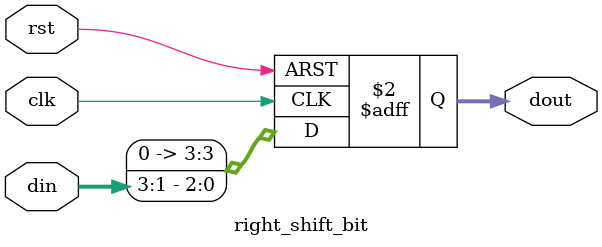
<source format=v>
module right_shift_bit(
	  input clk, rst,
	  input [3:0] din,
	  output reg [3:0] dout
	);

	always @(posedge clk or posedge rst) begin
	  if (rst) begin
	    dout <= 4'b0000;
	  end else begin
	    dout[0] <= din[0];
	    dout <= {1'b0, din[3:1]};    
	  end
	end

endmodule : right_shift_bit

</source>
